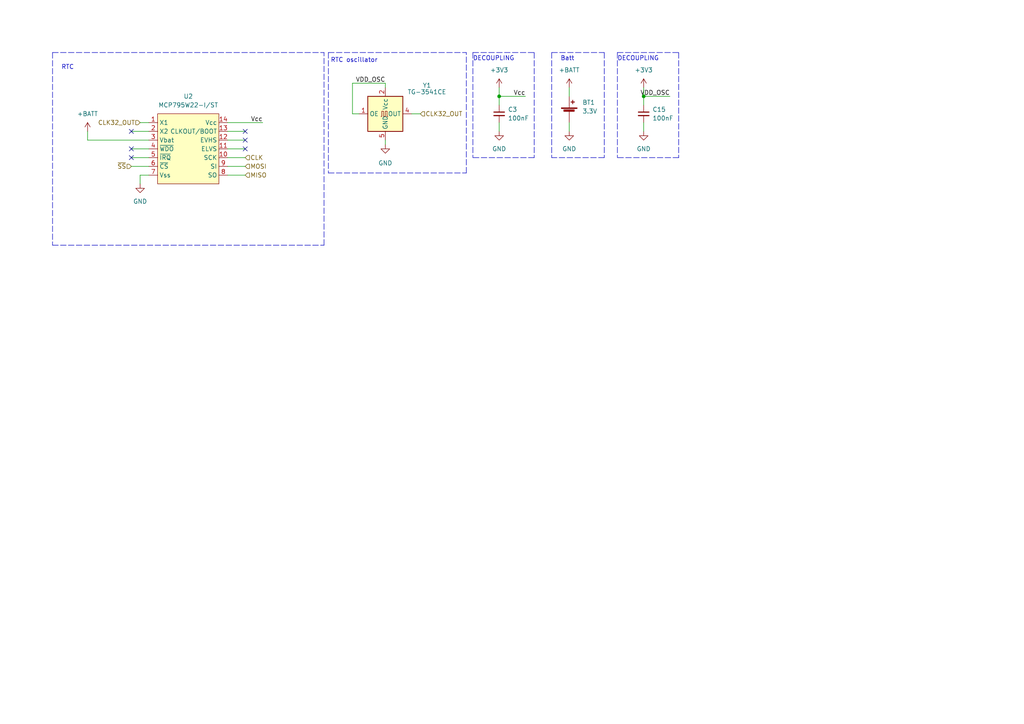
<source format=kicad_sch>
(kicad_sch (version 20211123) (generator eeschema)
  (paper "A4")
  (lib_symbols
    (symbol "Device:Battery_Cell" (pin_numbers hide) (pin_names (offset 0) hide)
      (property "Reference" "BT" (at 2.54 2.54 0))
      (property "Value" "Battery_Cell" (at 2.54 0 0))
      (symbol "Battery_Cell_0_1"
        (rectangle (start -2.286 1.778) (end 2.286 1.524) (fill (type outline)))
        (rectangle (start -1.5748 1.1938) (end 1.4732 0.6858) (fill (type outline)))
        (polyline (pts (xy 0 0.762) (xy 0 0)))
        (polyline (pts (xy 0 1.778) (xy 0 2.54)))
        (polyline (pts (xy 0.508 3.429) (xy 1.524 3.429)) (stroke (width 0.254)))
        (polyline (pts (xy 1.016 3.937) (xy 1.016 2.921)) (stroke (width 0.254)))
      )
      (symbol "Battery_Cell_1_1"
        (pin passive line (at 0 5.08 270) (length 2.54) (name "+") (number "1"))
        (pin passive line (at 0 -2.54 90) (length 2.54) (name "-") (number "2"))
      )
    )
    (symbol "Device:C_Small" (pin_numbers hide) (pin_names (offset 0.254) hide)
      (property "Reference" "C" (at 0.254 1.778 0))
      (property "Value" "C_Small" (at 0.254 -2.032 0))
      (symbol "C_Small_0_1"
        (polyline (pts (xy -1.524 -0.508) (xy 1.524 -0.508)) (stroke (width 0.3302)))
        (polyline (pts (xy -1.524 0.508) (xy 1.524 0.508)) (stroke (width 0.3048)))
      )
      (symbol "C_Small_1_1"
        (pin passive line (at 0 2.54 270) (length 2.032) (name "~") (number "1"))
        (pin passive line (at 0 -2.54 90) (length 2.032) (name "~") (number "2"))
      )
    )
    (symbol "power:+3.3V" (power) (pin_names (offset 0))
      (property "Value" "+3.3V" (at 0 3.556 0))
      (symbol "+3.3V_0_1"
        (polyline (pts (xy -0.762 1.27) (xy 0 2.54)))
        (polyline (pts (xy 0 0) (xy 0 2.54)))
        (polyline (pts (xy 0 2.54) (xy 0.762 1.27)))
      )
      (symbol "+3.3V_1_1"
        (pin power_in line (at 0 0 90) (length 0) hide (name "+3V3") (number "1"))
      )
    )
    (symbol "power:+BATT" (power) (pin_names (offset 0))
      (property "Value" "+BATT" (at 0 3.556 0))
      (symbol "+BATT_0_1"
        (polyline (pts (xy -0.762 1.27) (xy 0 2.54)))
        (polyline (pts (xy 0 0) (xy 0 2.54)))
        (polyline (pts (xy 0 2.54) (xy 0.762 1.27)))
      )
      (symbol "+BATT_1_1"
        (pin power_in line (at 0 0 90) (length 0) hide (name "+BATT") (number "1"))
      )
    )
    (symbol "power:GND" (power) (pin_names (offset 0))
      (property "Value" "GND" (at 0 -3.81 0))
      (symbol "GND_0_1"
        (polyline (pts (xy 0 0) (xy 0 -1.27) (xy 1.27 -1.27) (xy 0 -2.54) (xy -1.27 -1.27) (xy 0 -1.27)))
      )
      (symbol "GND_1_1"
        (pin power_in line (at 0 0 270) (length 0) hide (name "GND") (number "1"))
      )
    )
    (symbol "schematics:MCP795W22-I{slash}ST"
      (property "Reference" "U" (at 0 13.97 0))
      (property "Value" "MCP795W22-I{slash}ST" (at 0 11.43 0))
      (symbol "MCP795W22-I{slash}ST_0_1"
        (rectangle (start -7.62 10.16) (end 10.16 -10.16) (fill (type background)))
      )
      (symbol "MCP795W22-I{slash}ST_1_1"
        (pin input line (at -10.16 7.62 0) (length 2.54) (name "X1") (number "1"))
        (pin input line (at 12.7 -2.54 180) (length 2.54) (name "SCK") (number "10"))
        (pin input line (at 12.7 0 180) (length 2.54) (name "ELVS") (number "11"))
        (pin input line (at 12.7 2.54 180) (length 2.54) (name "EVHS") (number "12"))
        (pin input line (at 12.7 5.08 180) (length 2.54) (name "CLKOUT/BOOT") (number "13"))
        (pin input line (at 12.7 7.62 180) (length 2.54) (name "Vcc") (number "14"))
        (pin input line (at -10.16 5.08 0) (length 2.54) (name "X2") (number "2"))
        (pin input line (at -10.16 2.54 0) (length 2.54) (name "Vbat") (number "3"))
        (pin input line (at -10.16 0 0) (length 2.54) (name "~{WDO}") (number "4"))
        (pin input line (at -10.16 -2.54 0) (length 2.54) (name "~{IRQ}") (number "5"))
        (pin input line (at -10.16 -5.08 0) (length 2.54) (name "~{CS}") (number "6"))
        (pin input line (at -10.16 -7.62 0) (length 2.54) (name "Vss") (number "7"))
        (pin input line (at 12.7 -7.62 180) (length 2.54) (name "SO") (number "8"))
        (pin input line (at 12.7 -5.08 180) (length 2.54) (name "SI") (number "9"))
      )
    )
    (symbol "schematics:TG-3541CE"
      (property "Reference" "Y" (at -5.08 6.35 0))
      (property "Value" "TG-3541CE" (at 1.27 -6.35 0))
      (symbol "TG-3541CE_0_1"
        (rectangle (start -5.08 5.08) (end 5.08 -5.08) (stroke (width 0.254)) (fill (type background)))
        (polyline (pts (xy -1.27 -0.762) (xy -1.016 -0.762) (xy -1.016 0.762) (xy -0.508 0.762) (xy -0.508 -0.762) (xy 0 -0.762) (xy 0 0.762) (xy 0.508 0.762) (xy 0.508 -0.762) (xy 0.762 -0.762)))
      )
      (symbol "TG-3541CE_1_1"
        (pin input line (at -7.62 0 0) (length 2.54) (name "OE") (number "1"))
        (pin no_connect line (at 5.08 2.54 180) (length 2.54) hide (name "NC") (number "10"))
        (pin power_in line (at 0 7.62 270) (length 2.54) (name "Vcc") (number "2"))
        (pin passive line (at 0 7.62 270) (length 2.54) hide (name "Vcc") (number "3"))
        (pin output line (at 7.62 0 180) (length 2.54) (name "OUT") (number "4"))
        (pin power_in line (at 0 -7.62 90) (length 2.54) (name "GND") (number "5"))
        (pin no_connect line (at 5.08 -2.54 180) (length 2.54) hide (name "NC") (number "6"))
        (pin passive line (at 0 -7.62 90) (length 2.54) hide (name "GND") (number "7"))
        (pin passive line (at 0 -7.62 90) (length 2.54) hide (name "GND") (number "8"))
        (pin passive line (at 0 -7.62 90) (length 2.54) hide (name "GND") (number "9"))
      )
    )
  )
  (junction (at 186.69 27.94))
  (junction (at 144.78 27.94))
  (no_connect (at 71.12 40.64))
  (no_connect (at 38.1 43.18))
  (no_connect (at 71.12 43.18))
  (no_connect (at 71.12 38.1))
  (no_connect (at 38.1 38.1))
  (no_connect (at 38.1 45.72))
  (polyline (pts (xy 179.07 15.24) (xy 196.85 15.24)))
  (wire (pts (xy 102.235 24.13) (xy 111.76 24.13)))
  (polyline (pts (xy 175.26 15.24) (xy 175.26 45.72)))
  (wire (pts (xy 71.12 45.72) (xy 66.04 45.72)))
  (polyline (pts (xy 179.07 15.24) (xy 179.07 45.72)))
  (wire (pts (xy 186.69 25.4) (xy 186.69 27.94)))
  (wire (pts (xy 165.1 25.4) (xy 165.1 27.94)))
  (polyline (pts (xy 95.25 50.165) (xy 135.255 50.165)))
  (polyline (pts (xy 196.85 45.72) (xy 179.07 45.72)))
  (polyline (pts (xy 175.26 45.72) (xy 160.02 45.72)))
  (wire (pts (xy 38.1 38.1) (xy 43.18 38.1)))
  (polyline (pts (xy 154.94 45.72) (xy 137.16 45.72)))
  (polyline (pts (xy 196.85 15.24) (xy 196.85 45.72)))
  (polyline (pts (xy 137.16 15.24) (xy 154.94 15.24)))
  (wire (pts (xy 186.69 35.56) (xy 186.69 38.1)))
  (polyline (pts (xy 137.16 15.24) (xy 137.16 45.72)))
  (wire (pts (xy 71.12 38.1) (xy 66.04 38.1)))
  (polyline (pts (xy 154.94 15.24) (xy 154.94 45.72)))
  (wire (pts (xy 25.4 38.1) (xy 25.4 40.64)))
  (wire (pts (xy 38.1 48.26) (xy 43.18 48.26)))
  (wire (pts (xy 38.1 43.18) (xy 43.18 43.18)))
  (wire (pts (xy 40.64 35.56) (xy 43.18 35.56)))
  (wire (pts (xy 119.38 33.02) (xy 121.92 33.02)))
  (wire (pts (xy 66.04 40.64) (xy 71.12 40.64)))
  (wire (pts (xy 43.18 50.8) (xy 40.64 50.8)))
  (wire (pts (xy 25.4 40.64) (xy 43.18 40.64)))
  (wire (pts (xy 165.1 35.56) (xy 165.1 38.1)))
  (wire (pts (xy 144.78 25.4) (xy 144.78 27.94)))
  (wire (pts (xy 186.69 27.94) (xy 186.69 30.48)))
  (wire (pts (xy 66.04 35.56) (xy 76.2 35.56)))
  (wire (pts (xy 66.04 43.18) (xy 71.12 43.18)))
  (wire (pts (xy 144.78 27.94) (xy 152.4 27.94)))
  (polyline (pts (xy 95.25 15.24) (xy 95.25 50.165)))
  (wire (pts (xy 71.12 48.26) (xy 66.04 48.26)))
  (wire (pts (xy 144.78 35.56) (xy 144.78 38.1)))
  (polyline (pts (xy 15.24 15.24) (xy 93.98 15.24)))
  (wire (pts (xy 104.14 33.02) (xy 102.235 33.02)))
  (polyline (pts (xy 160.02 15.24) (xy 160.02 45.72)))
  (wire (pts (xy 111.76 40.64) (xy 111.76 41.91)))
  (wire (pts (xy 71.12 50.8) (xy 66.04 50.8)))
  (polyline (pts (xy 135.255 50.165) (xy 135.255 15.24)))
  (polyline (pts (xy 15.24 15.24) (xy 15.24 71.12)))
  (wire (pts (xy 38.1 45.72) (xy 43.18 45.72)))
  (polyline (pts (xy 95.25 15.24) (xy 135.255 15.24)))
  (polyline (pts (xy 160.02 15.24) (xy 175.26 15.24)))
  (wire (pts (xy 40.64 50.8) (xy 40.64 53.34)))
  (polyline (pts (xy 93.98 71.12) (xy 93.98 15.24)))
  (wire (pts (xy 102.235 33.02) (xy 102.235 24.13)))
  (wire (pts (xy 144.78 27.94) (xy 144.78 30.48)))
  (wire (pts (xy 111.76 24.13) (xy 111.76 25.4)))
  (wire (pts (xy 186.69 27.94) (xy 194.31 27.94)))
  (polyline (pts (xy 15.24 71.12) (xy 93.98 71.12)))
  (text "RTC\n" (at 17.78 20.32 0) (effects (font (size 1.27 1.27)) (justify left bottom)))
  (text "RTC oscillator\n" (at 95.885 18.288 0) (effects (font (size 1.27 1.27)) (justify left bottom)))
  (text "DECOUPLING\n" (at 179.07 17.78 0) (effects (font (size 1.27 1.27)) (justify left bottom)))
  (text "Batt" (at 162.56 17.78 0) (effects (font (size 1.27 1.27)) (justify left bottom)))
  (text "DECOUPLING\n" (at 137.16 17.78 0) (effects (font (size 1.27 1.27)) (justify left bottom)))
  (label "VDD_OSC" (at 194.31 27.94 180))
  (label "Vcc" (at 76.2 35.56 180))
  (label "Vcc" (at 152.4 27.94 180))
  (label "VDD_OSC" (at 111.76 24.13 180))
  (hierarchical_label "MISO" (shape input) (at 71.12 50.8 0))
  (hierarchical_label "~{SS}" (shape input) (at 38.1 48.26 180))
  (hierarchical_label "CLK" (shape input) (at 71.12 45.72 0))
  (hierarchical_label "MOSI" (shape input) (at 71.12 48.26 0))
  (hierarchical_label "CLK32_OUT" (shape input) (at 40.64 35.56 180))
  (hierarchical_label "CLK32_OUT" (shape input) (at 121.92 33.02 0))
  (symbol (lib_id "power:GND") (at 40.64 53.34 0) (unit 1)
    (property "Reference" "#PWR0114" (effects hide))
    (property "Value" "GND" (at 40.64 58.42 0))
  )
  (symbol (lib_id "power:+BATT") (at 25.4 38.1 0) (unit 1)
    (property "Reference" "#PWR0115" (effects hide))
    (property "Value" "+BATT" (at 25.4 33.02 0))
  )
  (symbol (lib_id "power:+3.3V") (at 144.78 25.4 0) (unit 1)
    (property "Reference" "#PWR0118" (effects hide))
    (property "Value" "+3.3V" (at 144.78 20.32 0))
  )
  (symbol (lib_id "power:GND") (at 165.1 38.1 0) (unit 1)
    (property "Reference" "#PWR0119" (effects hide))
    (property "Value" "GND" (at 165.1 43.18 0))
  )
  (symbol (lib_id "schematics:TG-3541CE") (at 111.76 33.02 0) (unit 1)
    (property "Reference" "Y1" (at 123.825 24.765 0))
    (property "Value" "TG-3541CE" (at 123.825 26.67 0))
    (property "Footprint" "footprints:Oscillator_SMD_SeikoEpson_TG-3541CE_3.2x2.5mm" (effects hide))
    (property "Datasheet" "https://support.epson.biz/td/api/doc_check.php?dl=app_TG-3541CE&lang=en" (effects hide))
  )
  (symbol (lib_id "power:GND") (at 144.78 38.1 0) (unit 1)
    (property "Reference" "#PWR0120" (effects hide))
    (property "Value" "GND" (at 144.78 43.18 0))
  )
  (symbol (lib_id "power:GND") (at 111.76 41.91 0) (unit 1)
    (property "Reference" "#PWR0117" (effects hide))
    (property "Value" "GND" (at 111.76 47.2948 0))
  )
  (symbol (lib_id "power:+BATT") (at 165.1 25.4 0) (unit 1)
    (property "Reference" "#PWR0116" (effects hide))
    (property "Value" "+BATT" (at 165.1 20.32 0))
  )
  (symbol (lib_id "power:+3.3V") (at 186.69 25.4 0) (unit 1)
    (property "Reference" "#PWR0140" (effects hide))
    (property "Value" "+3.3V" (at 186.69 20.32 0))
  )
  (symbol (lib_id "Device:Battery_Cell") (at 165.1 33.02 0) (unit 1)
    (property "Reference" "BT1" (at 168.91 29.7179 0) (effects (justify left)))
    (property "Value" "3.3V" (at 168.91 32.2579 0) (effects (justify left)))
    (property "Footprint" "footprints:3034" (effects hide))
  )
  (symbol (lib_id "Device:C_Small") (at 186.69 33.02 0) (mirror y) (unit 1)
    (property "Reference" "C15" (at 189.23 31.7562 0) (effects (justify right)))
    (property "Value" "100nF" (at 189.23 34.2962 0) (effects (justify right)))
    (property "Footprint" "Capacitor_SMD:C_0402_1005Metric" (effects hide))
  )
  (symbol (lib_id "power:GND") (at 186.69 38.1 0) (unit 1)
    (property "Reference" "#PWR0165" (effects hide))
    (property "Value" "GND" (at 186.69 43.18 0))
  )
  (symbol (lib_id "schematics:MCP795W22-I{slash}ST") (at 53.34 43.18 0) (unit 1)
    (property "Reference" "U2" (at 54.61 27.94 0))
    (property "Value" "MCP795W22-I/ST" (at 54.61 30.48 0))
    (property "Footprint" "Package_SO:TSSOP-14_4.4x5mm_P0.65mm" (effects hide))
  )
  (symbol (lib_id "Device:C_Small") (at 144.78 33.02 0) (mirror y) (unit 1)
    (property "Reference" "C3" (at 147.32 31.7562 0) (effects (justify right)))
    (property "Value" "100nF" (at 147.32 34.2962 0) (effects (justify right)))
    (property "Footprint" "Capacitor_SMD:C_0402_1005Metric" (effects hide))
  )
)
</source>
